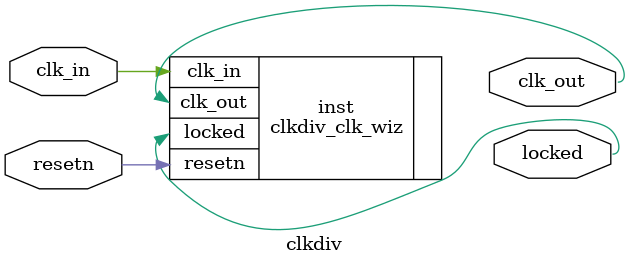
<source format=v>


`timescale 1ps/1ps

(* CORE_GENERATION_INFO = "clkdiv,clk_wiz_v6_0_2_0_0,{component_name=clkdiv,use_phase_alignment=true,use_min_o_jitter=false,use_max_i_jitter=false,use_dyn_phase_shift=false,use_inclk_switchover=false,use_dyn_reconfig=false,enable_axi=0,feedback_source=FDBK_AUTO,PRIMITIVE=MMCM,num_out_clk=1,clkin1_period=10.000,clkin2_period=10.000,use_power_down=false,use_reset=true,use_locked=true,use_inclk_stopped=false,feedback_type=SINGLE,CLOCK_MGR_TYPE=NA,manual_override=false}" *)

module clkdiv 
 (
  // Clock out ports
  output        clk_out,
  // Status and control signals
  input         resetn,
  output        locked,
 // Clock in ports
  input         clk_in
 );

  clkdiv_clk_wiz inst
  (
  // Clock out ports  
  .clk_out(clk_out),
  // Status and control signals               
  .resetn(resetn), 
  .locked(locked),
 // Clock in ports
  .clk_in(clk_in)
  );

endmodule

</source>
